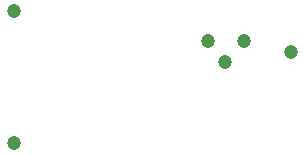
<source format=gbr>
G04 #@! TF.FileFunction,Paste,Bot*
%FSLAX46Y46*%
G04 Gerber Fmt 4.6, Leading zero omitted, Abs format (unit mm)*
G04 Created by KiCad (PCBNEW 4.0.2+dfsg1-stable) date mer. 30 août 2017 19:27:24 CEST*
%MOMM*%
G01*
G04 APERTURE LIST*
%ADD10C,0.100000*%
%ADD11C,1.198880*%
G04 APERTURE END LIST*
D10*
D11*
X160362900Y-105460800D03*
X157314900Y-105460800D03*
X164350700Y-106426000D03*
X140893800Y-114109500D03*
X140900000Y-102900000D03*
X158711900Y-107213400D03*
M02*

</source>
